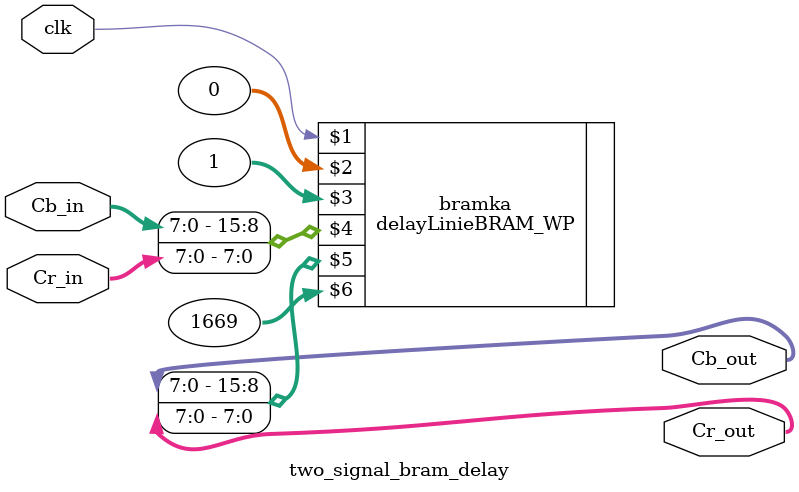
<source format=v>
`timescale 1ns / 1ps

module two_signal_bram_delay  # (parameter H_SIZE = 1664) 
    (clk, Cb_in, Cr_in, Cb_out, Cr_out);
    input clk;
    input[7:0] Cb_in;
    input[7:0] Cr_in;
    output[7:0] Cb_out;
    output[7:0] Cr_out;
    delayLinieBRAM_WP #(.WIDTH(16), .BRAM_SIZE_W(11)) bramka
        (clk, 0, 1, {Cb_in, Cr_in}, {Cb_out, Cr_out}, H_SIZE + 5);
endmodule


</source>
